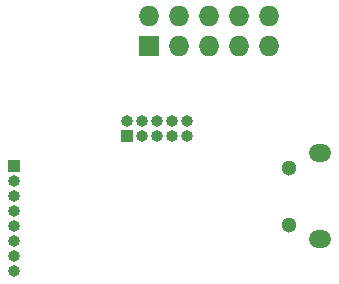
<source format=gbr>
G04 #@! TF.GenerationSoftware,KiCad,Pcbnew,(5.1.4)-1*
G04 #@! TF.CreationDate,2022-03-06T11:46:23+01:00*
G04 #@! TF.ProjectId,UP1-Progger,5550312d-5072-46f6-9767-65722e6b6963,V00.10*
G04 #@! TF.SameCoordinates,Original*
G04 #@! TF.FileFunction,Soldermask,Bot*
G04 #@! TF.FilePolarity,Negative*
%FSLAX46Y46*%
G04 Gerber Fmt 4.6, Leading zero omitted, Abs format (unit mm)*
G04 Created by KiCad (PCBNEW (5.1.4)-1) date 2022-03-06 11:46:23*
%MOMM*%
%LPD*%
G04 APERTURE LIST*
%ADD10O,1.000000X1.000000*%
%ADD11R,1.000000X1.000000*%
%ADD12O,1.727200X1.727200*%
%ADD13R,1.727200X1.727200*%
%ADD14C,1.300000*%
%ADD15O,1.900000X1.500000*%
G04 APERTURE END LIST*
D10*
X91440000Y-121920000D03*
X91440000Y-120650000D03*
X91440000Y-119380000D03*
X91440000Y-118110000D03*
X91440000Y-116840000D03*
X91440000Y-115570000D03*
X91440000Y-114300000D03*
D11*
X91440000Y-113030000D03*
D12*
X113030000Y-100330000D03*
X113030000Y-102870000D03*
X110490000Y-100330000D03*
X110490000Y-102870000D03*
X107950000Y-100330000D03*
X107950000Y-102870000D03*
X105410000Y-100330000D03*
X105410000Y-102870000D03*
X102870000Y-100330000D03*
D13*
X102870000Y-102870000D03*
D10*
X106045000Y-109220000D03*
X106045000Y-110490000D03*
X104775000Y-109220000D03*
X104775000Y-110490000D03*
X103505000Y-109220000D03*
X103505000Y-110490000D03*
X102235000Y-109220000D03*
X102235000Y-110490000D03*
X100965000Y-109220000D03*
D11*
X100965000Y-110490000D03*
D14*
X114700000Y-117995000D03*
X114700000Y-113145000D03*
D15*
X117380000Y-111945000D03*
X117380000Y-119195000D03*
M02*

</source>
